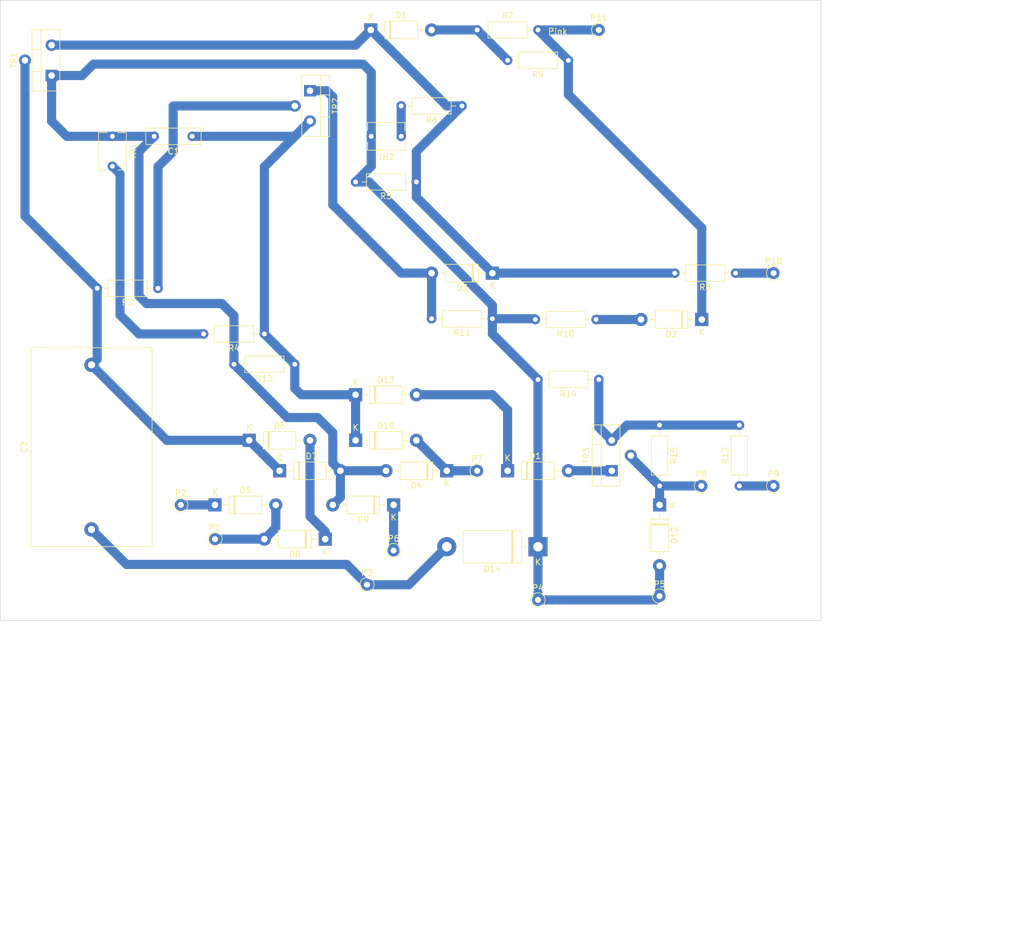
<source format=kicad_pcb>
(kicad_pcb (version 20211014) (generator pcbnew)
  (layers (0 "F.Cu" signal) (31 "B.Cu" signal) (34 "B.Paste" user) (35 "F.Paste" user) (36 "B.SilkS" user "B.Silkscreen") (37 "F.SilkS" user "F.Silkscreen") (38 "B.Mask" user) (39 "F.Mask" user) (44 "Edge.Cuts" user))
  (net 0 "")
  (net 1 "Net-(C1-Pad1)")
  (net 2 "Net-(D1-Pad1)")
  (net 3 "Net-(D1-Pad2)")
  (net 4 "Net-(D2-Pad1)")
  (net 5 "Net-(D2-Pad2)")
  (net 6 "Net-(D3-Pad2)")
  (net 7 "Net-(D11-Pad1)")
  (net 8 "Net-(D11-Pad2)")
  (net 9 "Net-(R6-Pad2)")
  (net 10 "Net-(R12-Pad2)")
  (net 11 "Net-(C2-Pad2)")
  (net 12 "Net-(D6-Pad2)")
  (net 13 "Net-(R3-Pad1)")
  (net 14 "Net-(R4-Pad2)")
  (net 15 "Net-(D5-Pad2)")
  (net 16 "Net-(D5-Pad1)")
  (net 17 "Net-(P9-Pad1)")
  (net 18 "Net-(C1-Pad2)")
  (net 19 "Net-(D10-Pad2)")
  (net 20 "Net-(D9-Pad1)")
  (net 21 "Net-(D12-Pad1)")
  (net 22 "Net-(P10-Pad1)")
  (net 23 "Net-(C2-Pad1)")
  (footprint "Diode_THT:D_DO-201AD_P15.24mm_Horizontal" (layer "F.Cu") (at 188.9125 129.413 180)
    (fp_text reference "D14" (at 7.62 -3.72) (layer "F.SilkS"))
    (fp_text value "1N5404")
    (fp_text user "K" (at 0 -2.6) (layer "F.SilkS"))
    (fp_line (start 2.75 2.72) (end 12.49 2.72) (layer "F.SilkS") (width 0.12))
    (fp_line (start 4.295 -2.72) (end 4.295 2.72) (layer "F.SilkS") (width 0.12))
    (fp_line (start 13.4 0) (end 12.49 0) (layer "F.SilkS") (width 0.12))
    (fp_line (start 12.49 2.72) (end 12.49 -2.72) (layer "F.SilkS") (width 0.12))
    (fp_line (start 1.84 0) (end 2.75 0) (layer "F.SilkS") (width 0.12))
    (fp_line (start 12.49 -2.72) (end 2.75 -2.72) (layer "F.SilkS") (width 0.12))
    (fp_line (start 2.75 -2.72) (end 2.75 2.72) (layer "F.SilkS") (width 0.12))
    (fp_line (start 4.415 -2.72) (end 4.415 2.72) (layer "F.SilkS") (width 0.12))
    (fp_line (start 4.175 -2.72) (end 4.175 2.72) (layer "F.SilkS") (width 0.12))
    (pad "1" thru_hole rect (at 0 0 180) (size 3.2 3.2) (drill 1.6) (layers *.Cu *.Mask) (net 18 "Net-(C1-Pad2)"))
    (pad "2" thru_hole oval (at 15.24 0 180) (size 3.2 3.2) (drill 1.6) (layers *.Cu *.Mask) (net 23 "Net-(C2-Pad1)"))
  )
  (footprint "Diode_THT:D_DO-41_SOD81_P10.16mm_Horizontal" (layer "F.Cu") (at 209.2325 122.428 -90)
    (fp_text reference "D12" (at 5.08 -2.47 90) (layer "F.SilkS"))
    (fp_text value "1N4002")
    (fp_text user "K" (at 0 -2.1 90) (layer "F.SilkS"))
    (fp_line (start 3.14 -1.47) (end 3.14 1.47) (layer "F.SilkS") (width 0.12))
    (fp_line (start 7.8 -1.47) (end 2.36 -1.47) (layer "F.SilkS") (width 0.12))
    (fp_line (start 7.8 1.47) (end 7.8 -1.47) (layer "F.SilkS") (width 0.12))
    (fp_line (start 3.26 -1.47) (end 3.26 1.47) (layer "F.SilkS") (width 0.12))
    (fp_line (start 8.82 0) (end 7.8 0) (layer "F.SilkS") (width 0.12))
    (fp_line (start 1.34 0) (end 2.36 0) (layer "F.SilkS") (width 0.12))
    (fp_line (start 3.38 -1.47) (end 3.38 1.47) (layer "F.SilkS") (width 0.12))
    (fp_line (start 2.36 -1.47) (end 2.36 1.47) (layer "F.SilkS") (width 0.12))
    (fp_line (start 2.36 1.47) (end 7.8 1.47) (layer "F.SilkS") (width 0.12))
    (pad "1" thru_hole rect (at 0 0 270) (size 2.2 2.2) (drill 1.1) (layers *.Cu *.Mask) (net 21 "Net-(D12-Pad1)"))
    (pad "2" thru_hole oval (at 10.16 0 270) (size 2.2 2.2) (drill 1.1) (layers *.Cu *.Mask) (net 18 "Net-(C1-Pad2)"))
  )
  (footprint "TestPoint:TestPoint_THTPad_D2.0mm_Drill1.0mm" (layer "F.Cu") (at 129.2225 122.428)
    (fp_text reference "P2" (at 0 -1.998) (layer "F.SilkS"))
    (fp_text value "Black w/ White")
    (fp_circle (center 0 0) (end 0 1.2) (layer "F.SilkS") (width 0.12) (fill none))
    (pad "1" thru_hole circle (at 0 0) (size 2 2) (drill 1) (layers *.Cu *.Mask) (net 16 "Net-(D5-Pad1)"))
  )
  (footprint "TestPoint:TestPoint_THTPad_D2.0mm_Drill1.0mm" (layer "F.Cu") (at 228.2825 83.693)
    (fp_text reference "P10" (at 0 -1.998) (layer "F.SilkS"))
    (fp_text value "Green w/ White")
    (fp_circle (center 0 0) (end 0 1.2) (layer "F.SilkS") (width 0.12) (fill none))
    (pad "1" thru_hole circle (at 0 0) (size 2 2) (drill 1) (layers *.Cu *.Mask) (net 22 "Net-(P10-Pad1)"))
  )
  (footprint "Package_TO_SOT_THT:TO-220-3_Vertical" (layer "F.Cu") (at 201.2375 116.713 90)
    (fp_text reference "TR3" (at 2.54 -4.27 90) (layer "F.SilkS"))
    (fp_text value "TS420-600T")
    (fp_line (start -2.58 -3.27) (end -2.58 1.371) (layer "F.SilkS") (width 0.12))
    (fp_line (start -2.58 1.371) (end 7.66 1.371) (layer "F.SilkS") (width 0.12))
    (fp_line (start 4.391 -3.27) (end 4.391 -1.76) (layer "F.SilkS") (width 0.12))
    (fp_line (start 7.66 -3.27) (end 7.66 1.371) (layer "F.SilkS") (width 0.12))
    (fp_line (start -2.58 -1.76) (end 7.66 -1.76) (layer "F.SilkS") (width 0.12))
    (fp_line (start -2.58 -3.27) (end 7.66 -3.27) (layer "F.SilkS") (width 0.12))
    (fp_line (start 0.69 -3.27) (end 0.69 -1.76) (layer "F.SilkS") (width 0.12))
    (pad "1" thru_hole rect (at 0 0 90) (size 1.905 2) (drill 1.1) (layers *.Cu *.Mask) (net 8 "Net-(D11-Pad2)"))
    (pad "2" thru_hole oval (at 2.54 3.175 90) (size 1.905 2) (drill 1.1) (layers *.Cu *.Mask) (net 21 "Net-(D12-Pad1)"))
    (pad "3" thru_hole oval (at 5.08 0 90) (size 1.905 2) (drill 1.1) (layers *.Cu *.Mask) (net 10 "Net-(R12-Pad2)"))
  )
  (footprint "TestPoint:TestPoint_THTPad_D2.0mm_Drill1.0mm" (layer "F.Cu") (at 228.2825 119.253)
    (fp_text reference "P9" (at 0 -1.998) (layer "F.SilkS"))
    (fp_text value "Light Blue")
    (fp_circle (center 0 0) (end 0 1.2) (layer "F.SilkS") (width 0.12) (fill none))
    (pad "1" thru_hole circle (at 0 0) (size 2 2) (drill 1) (layers *.Cu *.Mask) (net 17 "Net-(P9-Pad1)"))
  )
  (footprint "TestPoint:TestPoint_THTPad_D2.0mm_Drill1.0mm" (layer "F.Cu") (at 188.9125 138.303)
    (fp_text reference "P4" (at 0 -1.998) (layer "F.SilkS"))
    (fp_text value "Green Coil")
    (fp_circle (center 0 0) (end 0 1.2) (layer "F.SilkS") (width 0.12) (fill none))
    (pad "1" thru_hole circle (at 0 0) (size 2 2) (drill 1) (layers *.Cu *.Mask) (net 18 "Net-(C1-Pad2)"))
  )
  (footprint "Resistor_THT:R_Axial_DIN0207_L6.3mm_D2.5mm_P10.16mm_Horizontal" (layer "F.Cu") (at 148.2725 98.933 180)
    (fp_text reference "R13" (at 5.08 -2.37) (layer "F.SilkS"))
    (fp_text value "1K")
    (fp_line (start 8.35 1.37) (end 8.35 -1.37) (layer "F.SilkS") (width 0.12))
    (fp_line (start 1.81 1.37) (end 8.35 1.37) (layer "F.SilkS") (width 0.12))
    (fp_line (start 1.81 -1.37) (end 1.81 1.37) (layer "F.SilkS") (width 0.12))
    (fp_line (start 9.12 0) (end 8.35 0) (layer "F.SilkS") (width 0.12))
    (fp_line (start 1.04 0) (end 1.81 0) (layer "F.SilkS") (width 0.12))
    (fp_line (start 8.35 -1.37) (end 1.81 -1.37) (layer "F.SilkS") (width 0.12))
    (pad "1" thru_hole circle (at 0 0 180) (size 1.6 1.6) (drill 0.8) (layers *.Cu *.Mask) (net 1 "Net-(C1-Pad1)"))
    (pad "2" thru_hole oval (at 10.16 0 180) (size 1.6 1.6) (drill 0.8) (layers *.Cu *.Mask) (net 18 "Net-(C1-Pad2)"))
  )
  (footprint "Diode_THT:D_DO-41_SOD81_P10.16mm_Horizontal" (layer "F.Cu") (at 145.7325 116.713)
    (fp_text reference "D7" (at 5.355 -2.425) (layer "F.SilkS"))
    (fp_text value "1N4004")
    (fp_text user "K" (at 0 -2.1) (layer "F.SilkS"))
    (fp_line (start 7.8 -1.47) (end 2.36 -1.47) (layer "F.SilkS") (width 0.12))
    (fp_line (start 3.26 -1.47) (end 3.26 1.47) (layer "F.SilkS") (width 0.12))
    (fp_line (start 3.38 -1.47) (end 3.38 1.47) (layer "F.SilkS") (width 0.12))
    (fp_line (start 1.34 0) (end 2.36 0) (layer "F.SilkS") (width 0.12))
    (fp_line (start 8.82 0) (end 7.8 0) (layer "F.SilkS") (width 0.12))
    (fp_line (start 2.36 -1.47) (end 2.36 1.47) (layer "F.SilkS") (width 0.12))
    (fp_line (start 2.36 1.47) (end 7.8 1.47) (layer "F.SilkS") (width 0.12))
    (fp_line (start 3.14 -1.47) (end 3.14 1.47) (layer "F.SilkS") (width 0.12))
    (fp_line (start 7.8 1.47) (end 7.8 -1.47) (layer "F.SilkS") (width 0.12))
    (pad "1" thru_hole rect (at 0 0) (size 2.2 2.2) (drill 1.1) (layers *.Cu *.Mask) (net 11 "Net-(C2-Pad2)"))
    (pad "2" thru_hole oval (at 10.16 0) (size 2.2 2.2) (drill 1.1) (layers *.Cu *.Mask) (net 18 "Net-(C1-Pad2)"))
  )
  (footprint "Resistor_THT:R_Axial_DIN0207_L6.3mm_D2.5mm_P10.16mm_Horizontal" (layer "F.Cu") (at 176.2125 55.753 180)
    (fp_text reference "R6" (at 5.08 -2.37) (layer "F.SilkS"))
    (fp_text value "68")
    (fp_line (start 8.35 1.37) (end 8.35 -1.37) (layer "F.SilkS") (width 0.12))
    (fp_line (start 8.35 -1.37) (end 1.81 -1.37) (layer "F.SilkS") (width 0.12))
    (fp_line (start 9.12 0) (end 8.35 0) (layer "F.SilkS") (width 0.12))
    (fp_line (start 1.81 -1.37) (end 1.81 1.37) (layer "F.SilkS") (width 0.12))
    (fp_line (start 1.04 0) (end 1.81 0) (layer "F.SilkS") (width 0.12))
    (fp_line (start 1.81 1.37) (end 8.35 1.37) (layer "F.SilkS") (width 0.12))
    (pad "1" thru_hole circle (at 0 0 180) (size 1.6 1.6) (drill 0.8) (layers *.Cu *.Mask) (net 2 "Net-(D1-Pad1)"))
    (pad "2" thru_hole oval (at 10.16 0 180) (size 1.6 1.6) (drill 0.8) (layers *.Cu *.Mask) (net 9 "Net-(R6-Pad2)"))
  )
  (footprint "Resistor_THT:R_Axial_DIN0207_L6.3mm_D2.5mm_P10.16mm_Horizontal" (layer "F.Cu") (at 125.4125 86.233 180)
    (fp_text reference "R3" (at 5.08 -2.37) (layer "F.SilkS"))
    (fp_text value "470")
    (fp_line (start 1.81 1.37) (end 8.35 1.37) (layer "F.SilkS") (width 0.12))
    (fp_line (start 1.81 -1.37) (end 1.81 1.37) (layer "F.SilkS") (width 0.12))
    (fp_line (start 8.35 -1.37) (end 1.81 -1.37) (layer "F.SilkS") (width 0.12))
    (fp_line (start 1.04 0) (end 1.81 0) (layer "F.SilkS") (width 0.12))
    (fp_line (start 8.35 1.37) (end 8.35 -1.37) (layer "F.SilkS") (width 0.12))
    (fp_line (start 9.12 0) (end 8.35 0) (layer "F.SilkS") (width 0.12))
    (pad "1" thru_hole circle (at 0 0 180) (size 1.6 1.6) (drill 0.8) (layers *.Cu *.Mask) (net 13 "Net-(R3-Pad1)"))
    (pad "2" thru_hole oval (at 10.16 0 180) (size 1.6 1.6) (drill 0.8) (layers *.Cu *.Mask) (net 11 "Net-(C2-Pad2)"))
  )
  (footprint "Resistor_THT:R_Axial_DIN0207_L6.3mm_D2.5mm_P10.16mm_Horizontal" (layer "F.Cu") (at 181.2925 91.313 180)
    (fp_text reference "R11" (at 5.08 -2.37) (layer "F.SilkS"))
    (fp_text value "100")
    (fp_line (start 8.35 1.37) (end 8.35 -1.37) (layer "F.SilkS") (width 0.12))
    (fp_line (start 9.12 0) (end 8.35 0) (layer "F.SilkS") (width 0.12))
    (fp_line (start 8.35 -1.37) (end 1.81 -1.37) (layer "F.SilkS") (width 0.12))
    (fp_line (start 1.04 0) (end 1.81 0) (layer "F.SilkS") (width 0.12))
    (fp_line (start 1.81 1.37) (end 8.35 1.37) (layer "F.SilkS") (width 0.12))
    (fp_line (start 1.81 -1.37) (end 1.81 1.37) (layer "F.SilkS") (width 0.12))
    (pad "1" thru_hole circle (at 0 0 180) (size 1.6 1.6) (drill 0.8) (layers *.Cu *.Mask) (net 18 "Net-(C1-Pad2)"))
    (pad "2" thru_hole oval (at 10.16 0 180) (size 1.6 1.6) (drill 0.8) (layers *.Cu *.Mask) (net 6 "Net-(D3-Pad2)"))
  )
  (footprint "Capacitor_THT:C_Rect_L33.0mm_W20.0mm_P27.50mm_MKS4" (layer "F.Cu") (at 114.3 126.526 90)
    (fp_text reference "C2" (at 13.75 -11.25 90) (layer "F.SilkS"))
    (fp_text value "2.2uF 400V")
    (fp_line (start -2.87 -10.12) (end -2.87 10.12) (layer "F.SilkS") (width 0.12))
    (fp_line (start -2.87 -10.12) (end 30.37 -10.12) (layer "F.SilkS") (width 0.12))
    (fp_line (start 30.37 -10.12) (end 30.37 10.12) (layer "F.SilkS") (width 0.12))
    (fp_line (start -2.87 10.12) (end 30.37 10.12) (layer "F.SilkS") (width 0.12))
    (pad "1" thru_hole circle (at 0 0 90) (size 2.4 2.4) (drill 1.2) (layers *.Cu *.Mask) (net 23 "Net-(C2-Pad1)"))
    (pad "2" thru_hole circle (at 27.5 0 90) (size 2.4 2.4) (drill 1.2) (layers *.Cu *.Mask) (net 11 "Net-(C2-Pad2)"))
  )
  (footprint "Resistor_THT:R_Axial_DIN0207_L6.3mm_D2.5mm_P10.16mm_Horizontal" (layer "F.Cu") (at 209.2325 109.093 -90)
    (fp_text reference "R15" (at 5.08 -2.37 90) (layer "F.SilkS"))
    (fp_text value "1K")
    (fp_line (start 1.81 1.37) (end 8.35 1.37) (layer "F.SilkS") (width 0.12))
    (fp_line (start 9.12 0) (end 8.35 0) (layer "F.SilkS") (width 0.12))
    (fp_line (start 1.04 0) (end 1.81 0) (layer "F.SilkS") (width 0.12))
    (fp_line (start 1.81 -1.37) (end 1.81 1.37) (layer "F.SilkS") (width 0.12))
    (fp_line (start 8.35 1.37) (end 8.35 -1.37) (layer "F.SilkS") (width 0.12))
    (fp_line (start 8.35 -1.37) (end 1.81 -1.37) (layer "F.SilkS") (width 0.12))
    (pad "1" thru_hole circle (at 0 0 270) (size 1.6 1.6) (drill 0.8) (layers *.Cu *.Mask) (net 10 "Net-(R12-Pad2)"))
    (pad "2" thru_hole oval (at 10.16 0 270) (size 1.6 1.6) (drill 0.8) (layers *.Cu *.Mask) (net 21 "Net-(D12-Pad1)"))
  )
  (footprint "Resistor_THT:R_Axial_DIN0207_L6.3mm_D2.5mm_P10.16mm_Horizontal" (layer "F.Cu") (at 168.5925 68.453 180)
    (fp_text reference "R5" (at 5.08 -2.37) (layer "F.SilkS"))
    (fp_text value "200")
    (fp_line (start 1.81 -1.37) (end 1.81 1.37) (layer "F.SilkS") (width 0.12))
    (fp_line (start 8.35 1.37) (end 8.35 -1.37) (layer "F.SilkS") (width 0.12))
    (fp_line (start 1.04 0) (end 1.81 0) (layer "F.SilkS") (width 0.12))
    (fp_line (start 1.81 1.37) (end 8.35 1.37) (layer "F.SilkS") (width 0.12))
    (fp_line (start 9.12 0) (end 8.35 0) (layer "F.SilkS") (width 0.12))
    (fp_line (start 8.35 -1.37) (end 1.81 -1.37) (layer "F.SilkS") (width 0.12))
    (pad "1" thru_hole circle (at 0 0 180) (size 1.6 1.6) (drill 0.8) (layers *.Cu *.Mask) (net 2 "Net-(D1-Pad1)"))
    (pad "2" thru_hole oval (at 10.16 0 180) (size 1.6 1.6) (drill 0.8) (layers *.Cu *.Mask) (net 18 "Net-(C1-Pad2)"))
  )
  (footprint "TestPoint:TestPoint_THTPad_D2.0mm_Drill1.0mm" (layer "F.Cu") (at 160.3375 135.763)
    (fp_text reference "P3" (at 0 -1.998) (layer "F.SilkS"))
    (fp_text value "Yellow")
    (fp_circle (center 0 0) (end 0 1.2) (layer "F.SilkS") (width 0.12) (fill none))
    (pad "1" thru_hole circle (at 0 0) (size 2 2) (drill 1) (layers *.Cu *.Mask) (net 23 "Net-(C2-Pad1)"))
  )
  (footprint "Package_TO_SOT_THT:TO-220-3_Vertical" (layer "F.Cu") (at 107.6325 50.673 90)
    (fp_text reference "TR1" (at 2.54 -6.35 90) (layer "F.SilkS"))
    (fp_text value "BT151-500R,127")
    (fp_line (start -2.58 -1.76) (end 7.66 -1.76) (layer "F.SilkS") (width 0.12))
    (fp_line (start 7.66 -3.27) (end 7.66 1.371) (layer "F.SilkS") (width 0.12))
    (fp_line (start 0.69 -3.27) (end 0.69 -1.76) (layer "F.SilkS") (width 0.12))
    (fp_line (start 4.391 -3.27) (end 4.391 -1.76) (layer "F.SilkS") (width 0.12))
    (fp_line (start -2.58 -3.27) (end 7.66 -3.27) (layer "F.SilkS") (width 0.12))
    (fp_line (start -2.58 -3.27) (end -2.58 1.371) (layer "F.SilkS") (width 0.12))
    (fp_line (start -2.58 1.371) (end 7.66 1.371) (layer "F.SilkS") (width 0.12))
    (pad "1" thru_hole rect (at 0 0 90) (size 1.905 2) (drill 1.1) (layers *.Cu *.Mask) (net 18 "Net-(C1-Pad2)"))
    (pad "2" thru_hole oval (at 2.54 -4.445 90) (size 1.905 2) (drill 1.1) (layers *.Cu *.Mask) (net 11 "Net-(C2-Pad2)"))
    (pad "3" thru_hole oval (at 5.08 0 90) (size 1.905 2) (drill 1.1) (layers *.Cu *.Mask) (net 2 "Net-(D1-Pad1)"))
  )
  (footprint "TestPoint:TestPoint_THTPad_D2.0mm_Drill1.0mm" (layer "F.Cu") (at 164.7825 130.048)
    (fp_text reference "P6" (at 0 -1.998) (layer "F.SilkS"))
    (fp_text value "White")
    (fp_circle (center 0 0) (end 0 1.2) (layer "F.SilkS") (width 0.12) (fill none))
    (pad "1" thru_hole circle (at 0 0) (size 2 2) (drill 1) (layers *.Cu *.Mask) (net 20 "Net-(D9-Pad1)"))
  )
  (footprint "Diode_THT:D_DO-41_SOD81_P10.16mm_Horizontal" (layer "F.Cu") (at 134.9375 122.428)
    (fp_text reference "D5" (at 5.08 -2.47) (layer "F.SilkS"))
    (fp_text value "1N4004")
    (fp_text user "K" (at 0 -2.1) (layer "F.SilkS"))
    (fp_line (start 7.8 1.47) (end 7.8 -1.47) (layer "F.SilkS") (width 0.12))
    (fp_line (start 2.36 1.47) (end 7.8 1.47) (layer "F.SilkS") (width 0.12))
    (fp_line (start 8.82 0) (end 7.8 0) (layer "F.SilkS") (width 0.12))
    (fp_line (start 3.14 -1.47) (end 3.14 1.47) (layer "F.SilkS") (width 0.12))
    (fp_line (start 7.8 -1.47) (end 2.36 -1.47) (layer "F.SilkS") (width 0.12))
    (fp_line (start 3.38 -1.47) (end 3.38 1.47) (layer "F.SilkS") (width 0.12))
    (fp_line (start 3.26 -1.47) (end 3.26 1.47) (layer "F.SilkS") (width 0.12))
    (fp_line (start 1.34 0) (end 2.36 0) (layer "F.SilkS") (width 0.12))
    (fp_line (start 2.36 -1.47) (end 2.36 1.47) (layer "F.SilkS") (width 0.12))
    (pad "1" thru_hole rect (at 0 0) (size 2.2 2.2) (drill 1.1) (layers *.Cu *.Mask) (net 16 "Net-(D5-Pad1)"))
    (pad "2" thru_hole oval (at 10.16 0) (size 2.2 2.2) (drill 1.1) (layers *.Cu *.Mask) (net 15 "Net-(D5-Pad2)"))
  )
  (footprint "Diode_THT:D_DO-41_SOD81_P10.16mm_Horizontal" (layer "F.Cu") (at 160.9725 43.053)
    (fp_text reference "D1" (at 5.08 -2.47) (layer "F.SilkS"))
    (fp_text value "1N4002")
    (fp_text user "K" (at 0 -2.1) (layer "F.SilkS"))
    (fp_line (start 1.34 0) (end 2.36 0) (layer "F.SilkS") (width 0.12))
    (fp_line (start 7.8 1.47) (end 7.8 -1.47) (layer "F.SilkS") (width 0.12))
    (fp_line (start 3.26 -1.47) (end 3.26 1.47) (layer "F.SilkS") (width 0.12))
    (fp_line (start 2.36 1.47) (end 7.8 1.47) (layer "F.SilkS") (width 0.12))
    (fp_line (start 3.14 -1.47) (end 3.14 1.47) (layer "F.SilkS") (width 0.12))
    (fp_line (start 2.36 -1.47) (end 2.36 1.47) (layer "F.SilkS") (width 0.12))
    (fp_line (start 8.82 0) (end 7.8 0) (layer "F.SilkS") (width 0.12))
    (fp_line (start 3.38 -1.47) (end 3.38 1.47) (layer "F.SilkS") (width 0.12))
    (fp_line (start 7.8 -1.47) (end 2.36 -1.47) (layer "F.SilkS") (width 0.12))
    (pad "1" thru_hole rect (at 0 0) (size 2.2 2.2) (drill 1.1) (layers *.Cu *.Mask) (net 2 "Net-(D1-Pad1)"))
    (pad "2" thru_hole oval (at 10.16 0) (size 2.2 2.2) (drill 1.1) (layers *.Cu *.Mask) (net 3 "Net-(D1-Pad2)"))
  )
  (footprint "TestPoint:TestPoint_THTPad_D2.0mm_Drill1.0mm" (layer "F.Cu") (at 134.9375 128.143)
    (fp_text reference "P1" (at 0 -1.998) (layer "F.SilkS"))
    (fp_text value "Blue")
    (fp_circle (center 0 0) (end 0 1.2) (layer "F.SilkS") (width 0.12) (fill none))
    (pad "1" thru_hole circle (at 0 0) (size 2 2) (drill 1) (layers *.Cu *.Mask) (net 15 "Net-(D5-Pad2)"))
  )
  (footprint "Capacitor_THT:C_Disc_D9.0mm_W2.5mm_P5.00mm" (layer "F.Cu") (at 130.4925 60.833 180)
    (fp_text reference "C1" (at 2.5 -2.5) (layer "F.SilkS"))
    (fp_text value "0.1uF 50V")
    (fp_line (start -2.12 -1.37) (end 7.12 -1.37) (layer "F.SilkS") (width 0.12))
    (fp_line (start -2.12 1.37) (end 7.12 1.37) (layer "F.SilkS") (width 0.12))
    (fp_line (start -2.12 -1.37) (end -2.12 1.37) (layer "F.SilkS") (width 0.12))
    (fp_line (start 7.12 -1.37) (end 7.12 1.37) (layer "F.SilkS") (width 0.12))
    (pad "1" thru_hole circle (at -0.635 0 180) (size 1.6 1.6) (drill 0.8) (layers *.Cu *.Mask) (net 1 "Net-(C1-Pad1)"))
    (pad "2" thru_hole circle (at 5.715 0 180) (size 1.6 1.6) (drill 0.8) (layers *.Cu *.Mask) (net 18 "Net-(C1-Pad2)"))
  )
  (footprint "Resistor_THT:R_Axial_DIN0207_L6.3mm_D2.5mm_P10.16mm_Horizontal" (layer "F.Cu") (at 199.0725 101.473 180)
    (fp_text reference "R14" (at 5.08 -2.37) (layer "F.SilkS"))
    (fp_text value "1K")
    (fp_line (start 8.35 1.37) (end 8.35 -1.37) (layer "F.SilkS") (width 0.12))
    (fp_line (start 9.12 0) (end 8.35 0) (layer "F.SilkS") (width 0.12))
    (fp_line (start 1.81 -1.37) (end 1.81 1.37) (layer "F.SilkS") (width 0.12))
    (fp_line (start 1.81 1.37) (end 8.35 1.37) (layer "F.SilkS") (width 0.12))
    (fp_line (start 1.04 0) (end 1.81 0) (layer "F.SilkS") (width 0.12))
    (fp_line (start 8.35 -1.37) (end 1.81 -1.37) (layer "F.SilkS") (width 0.12))
    (pad "1" thru_hole circle (at 0 0 180) (size 1.6 1.6) (drill 0.8) (layers *.Cu *.Mask) (net 10 "Net-(R12-Pad2)"))
    (pad "2" thru_hole oval (at 10.16 0 180) (size 1.6 1.6) (drill 0.8) (layers *.Cu *.Mask) (net 18 "Net-(C1-Pad2)"))
  )
  (footprint "Diode_THT:D_DO-41_SOD81_P10.16mm_Horizontal" (layer "F.Cu") (at 183.8325 116.713)
    (fp_text reference "D11" (at 5.08 -2.47) (layer "F.SilkS"))
    (fp_text value "1N4002")
    (fp_text user "K" (at 0 -2.1) (layer "F.SilkS"))
    (fp_line (start 3.14 -1.47) (end 3.14 1.47) (layer "F.SilkS") (width 0.12))
    (fp_line (start 7.8 1.47) (end 7.8 -1.47) (layer "F.SilkS") (width 0.12))
    (fp_line (start 8.82 0) (end 7.8 0) (layer "F.SilkS") (width 0.12))
    (fp_line (start 3.38 -1.47) (end 3.38 1.47) (layer "F.SilkS") (width 0.12))
    (fp_line (start 7.8 -1.47) (end 2.36 -1.47) (layer "F.SilkS") (width 0.12))
    (fp_line (start 2.36 -1.47) (end 2.36 1.47) (layer "F.SilkS") (width 0.12))
    (fp_line (start 2.36 1.47) (end 7.8 1.47) (layer "F.SilkS") (width 0.12))
    (fp_line (start 3.26 -1.47) (end 3.26 1.47) (layer "F.SilkS") (width 0.12))
    (fp_line (start 1.34 0) (end 2.36 0) (layer "F.SilkS") (width 0.12))
    (pad "1" thru_hole rect (at 0 0) (size 2.2 2.2) (drill 1.1) (layers *.Cu *.Mask) (net 7 "Net-(D11-Pad1)"))
    (pad "2" thru_hole oval (at 10.16 0) (size 2.2 2.2) (drill 1.1) (layers *.Cu *.Mask) (net 8 "Net-(D11-Pad2)"))
  )
  (footprint "Diode_THT:D_DO-41_SOD81_P10.16mm_Horizontal" (layer "F.Cu") (at 216.281 91.44 180)
    (fp_text reference "D2" (at 5.08 -2.47) (layer "F.SilkS"))
    (fp_text value "1N4002")
    (fp_text user "K" (at 0 -2.1) (layer "F.SilkS"))
    (fp_line (start 2.36 1.47) (end 7.8 1.47) (layer "F.SilkS") (width 0.12))
    (fp_line (start 7.8 -1.47) (end 2.36 -1.47) (layer "F.SilkS") (width 0.12))
    (fp_line (start 3.14 -1.47) (end 3.14 1.47) (layer "F.SilkS") (width 0.12))
    (fp_line (start 3.26 -1.47) (end 3.26 1.47) (layer "F.SilkS") (width 0.12))
    (fp_line (start 8.82 0) (end 7.8 0) (layer "F.SilkS") (width 0.12))
    (fp_line (start 1.34 0) (end 2.36 0) (layer "F.SilkS") (width 0.12))
    (fp_line (start 3.38 -1.47) (end 3.38 1.47) (layer "F.SilkS") (width 0.12))
    (fp_line (start 2.36 -1.47) (end 2.36 1.47) (layer "F.SilkS") (width 0.12))
    (fp_line (start 7.8 1.47) (end 7.8 -1.47) (layer "F.SilkS") (width 0.12))
    (pad "1" thru_hole rect (at 0 0 180) (size 2.2 2.2) (drill 1.1) (layers *.Cu *.Mask) (net 4 "Net-(D2-Pad1)"))
    (pad "2" thru_hole oval (at 10.16 0 180) (size 2.2 2.2) (drill 1.1) (layers *.Cu *.Mask) (net 5 "Net-(D2-Pad2)"))
  )
  (footprint "TestPoint:TestPoint_THTPad_D2.0mm_Drill1.0mm" (layer "F.Cu") (at 199.0725 43.053)
    (fp_text reference "P11" (at 0 -1.998) (layer "F.SilkS"))
    (fp_text value "Pink")
    (fp_circle (center 0 0) (end 0 1.2) (layer "F.SilkS") (width 0.12) (fill none))
    (pad "1" thru_hole circle (at 0 0) (size 2 2) (drill 1) (layers *.Cu *.Mask) (net 4 "Net-(D2-Pad1)"))
  )
  (footprint "Diode_THT:D_DO-41_SOD81_P10.16mm_Horizontal" (layer "F.Cu") (at 164.7825 122.428 180)
    (fp_text reference "D9" (at 5.08 -2.47) (layer "F.SilkS"))
    (fp_text value "1N4004")
    (fp_text user "K" (at 0 -2.1) (layer "F.SilkS"))
    (fp_line (start 3.26 -1.47) (end 3.26 1.47) (layer "F.SilkS") (width 0.12))
    (fp_line (start 3.14 -1.47) (end 3.14 1.47) (layer "F.SilkS") (width 0.12))
    (fp_line (start 7.8 1.47) (end 7.8 -1.47) (layer "F.SilkS") (width 0.12))
    (fp_line (start 1.34 0) (end 2.36 0) (layer "F.SilkS") (width 0.12))
    (fp_line (start 8.82 0) (end 7.8 0) (layer "F.SilkS") (width 0.12))
    (fp_line (start 3.38 -1.47) (end 3.38 1.47) (layer "F.SilkS") (width 0.12))
    (fp_line (start 2.36 1.47) (end 7.8 1.47) (layer "F.SilkS") (width 0.12))
    (fp_line (start 2.36 -1.47) (end 2.36 1.47) (layer "F.SilkS") (width 0.12))
    (fp_line (start 7.8 -1.47) (end 2.36 -1.47) (layer "F.SilkS") (width 0.12))
    (pad "1" thru_hole rect (at 0 0 180) (size 2.2 2.2) (drill 1.1) (layers *.Cu *.Mask) (net 20 "Net-(D9-Pad1)"))
    (pad "2" thru_hole oval (at 10.16 0 180) (size 2.2 2.2) (drill 1.1) (layers *.Cu *.Mask) (net 18 "Net-(C1-Pad2)"))
  )
  (footprint "Diode_THT:D_DO-41_SOD81_P10.16mm_Horizontal" (layer "F.Cu") (at 153.3525 128.143 180)
    (fp_text reference "D8" (at 5.08 -2.47) (layer "F.SilkS"))
    (fp_text value "1N4004")
    (fp_text user "K" (at 0 -2.1) (layer "F.SilkS"))
    (fp_line (start 1.34 0) (end 2.36 0) (layer "F.SilkS") (width 0.12))
    (fp_line (start 2.36 -1.47) (end 2.36 1.47) (layer "F.SilkS") (width 0.12))
    (fp_line (start 7.8 -1.47) (end 2.36 -1.47) (layer "F.SilkS") (width 0.12))
    (fp_line (start 3.38 -1.47) (end 3.38 1.47) (layer "F.SilkS") (width 0.12))
    (fp_line (start 3.14 -1.47) (end 3.14 1.47) (layer "F.SilkS") (width 0.12))
    (fp_line (start 3.26 -1.47) (end 3.26 1.47) (layer "F.SilkS") (width 0.12))
    (fp_line (start 8.82 0) (end 7.8 0) (layer "F.SilkS") (width 0.12))
    (fp_line (start 2.36 1.47) (end 7.8 1.47) (layer "F.SilkS") (width 0.12))
    (fp_line (start 7.8 1.47) (end 7.8 -1.47) (layer "F.SilkS") (width 0.12))
    (pad "1" thru_hole rect (at 0 0 180) (size 2.2 2.2) (drill 1.1) (layers *.Cu *.Mask) (net 12 "Net-(D6-Pad2)"))
    (pad "2" thru_hole oval (at 10.16 0 180) (size 2.2 2.2) (drill 1.1) (layers *.Cu *.Mask) (net 15 "Net-(D5-Pad2)"))
  )
  (footprint "Resistor_THT:R_Axial_DIN0207_L6.3mm_D2.5mm_P10.16mm_Horizontal" (layer "F.Cu") (at 143.1925 93.853 180)
    (fp_text reference "R4" (at 5.08 -2.37) (layer "F.SilkS"))
    (fp_text value "470")
    (fp_line (start 8.35 -1.37) (end 1.81 -1.37) (layer "F.SilkS") (width 0.12))
    (fp_line (start 9.12 0) (end 8.35 0) (layer "F.SilkS") (width 0.12))
    (fp_line (start 1.81 1.37) (end 8.35 1.37) (layer "F.SilkS") (width 0.12))
    (fp_line (start 8.35 1.37) (end 8.35 -1.37) (layer "F.SilkS") (width 0.12))
    (fp_line (start 1.81 -1.37) (end 1.81 1.37) (layer "F.SilkS") (width 0.12))
    (fp_line (start 1.04 0) (end 1.81 0) (layer "F.SilkS") (width 0.12))
    (pad "1" thru_hole circle (at 0 0 180) (size 1.6 1.6) (drill 0.8) (layers *.Cu *.Mask) (net 1 "Net-(C1-Pad1)"))
    (pad "2" thru_hole oval (at 10.16 0 180) (size 1.6 1.6) (drill 0.8) (layers *.Cu *.Mask) (net 14 "Net-(R4-Pad2)"))
  )
  (footprint "Diode_THT:D_DO-41_SOD81_P10.16mm_Horizontal" (layer "F.Cu") (at 140.6525 111.633)
    (fp_text reference "D6" (at 5.08 -2.47) (layer "F.SilkS"))
    (fp_text value "1N4004")
    (fp_text user "K" (at 0 -2.1) (layer "F.SilkS"))
    (fp_line (start 7.8 -1.47) (end 2.36 -1.47) (layer "F.SilkS") (width 0.12))
    (fp_line (start 1.34 0) (end 2.36 0) (layer "F.SilkS") (width 0.12))
    (fp_line (start 3.14 -1.47) (end 3.14 1.47) (layer "F.SilkS") (width 0.12))
    (fp_line (start 8.82 0) (end 7.8 0) (layer "F.SilkS") (width 0.12))
    (fp_line (start 2.36 1.47) (end 7.8 1.47) (layer "F.SilkS") (width 0.12))
    (fp_line (start 3.38 -1.47) (end 3.38 1.47) (layer "F.SilkS") (width 0.12))
    (fp_line (start 2.36 -1.47) (end 2.36 1.47) (layer "F.SilkS") (width 0.12))
    (fp_line (start 7.8 1.47) (end 7.8 -1.47) (layer "F.SilkS") (width 0.12))
    (fp_line (start 3.26 -1.47) (end 3.26 1.47) (layer "F.SilkS") (width 0.12))
    (pad "1" thru_hole rect (at 0 0) (size 2.2 2.2) (drill 1.1) (layers *.Cu *.Mask) (net 11 "Net-(C2-Pad2)"))
    (pad "2" thru_hole oval (at 10.16 0) (size 2.2 2.2) (drill 1.1) (layers *.Cu *.Mask) (net 12 "Net-(D6-Pad2)"))
  )
  (footprint "Capacitor_THT:C_Disc_D6.0mm_W4.4mm_P5.00mm" (layer "F.Cu") (at 117.7925 60.833 -90)
    (fp_text reference "TH1" (at 2.5 -3.45 90) (layer "F.SilkS"))
    (fp_text value "200ohm 3468K")
    (fp_line (start 5.62 -2.321) (end 5.62 -0.925) (layer "F.SilkS") (width 0.12))
    (fp_line (start -0.62 -2.321) (end 5.62 -2.321) (layer "F.SilkS") (width 0.12))
    (fp_line (start -0.62 -2.321) (end -0.62 -0.925) (layer "F.SilkS") (width 0.12))
    (fp_line (start 5.62 0.925) (end 5.62 2.321) (layer "F.SilkS") (width 0.12))
    (fp_line (start -0.62 2.321) (end 5.62 2.321) (layer "F.SilkS") (width 0.12))
    (fp_line (start -0.62 0.925) (end -0.62 2.321) (layer "F.SilkS") (width 0.12))
    (pad "1" thru_hole circle (at 0 0 270) (size 1.6 1.6) (drill 0.8) (layers *.Cu *.Mask) (net 18 "Net-(C1-Pad2)"))
    (pad "2" thru_hole circle (at 5 0 270) (size 1.6 1.6) (drill 0.8) (layers *.Cu *.Mask) (net 14 "Net-(R4-Pad2)"))
  )
  (footprint "Resistor_THT:R_Axial_DIN0207_L6.3mm_D2.5mm_P10.16mm_Horizontal" (layer "F.Cu") (at 178.7525 43.053)
    (fp_text reference "R7" (at 5.08 -2.37) (layer "F.SilkS"))
    (fp_text value "150")
    (fp_line (start 8.35 -1.37) (end 1.81 -1.37) (layer "F.SilkS") (width 0.12))
    (fp_line (start 8.35 1.37) (end 8.35 -1.37) (layer "F.SilkS") (width 0.12))
    (fp_line (start 9.12 0) (end 8.35 0) (layer "F.SilkS") (width 0.12))
    (fp_line (start 1.81 -1.37) (end 1.81 1.37) (layer "F.SilkS") (width 0.12))
    (fp_line (start 1.81 1.37) (end 8.35 1.37) (layer "F.SilkS") (width 0.12))
    (fp_line (start 1.04 0) (end 1.81 0) (layer "F.SilkS") (width 0.12))
    (pad "1" thru_hole circle (at 0 0) (size 1.6 1.6) (drill 0.8) (layers *.Cu *.Mask) (net 3 "Net-(D1-Pad2)"))
    (pad "2" thru_hole oval (at 10.16 0) (size 1.6 1.6) (drill 0.8) (layers *.Cu *.Mask) (net 4 "Net-(D2-Pad1)"))
  )
  (footprint "Resistor_THT:R_Axial_DIN0207_L6.3mm_D2.5mm_P10.16mm_Horizontal" (layer "F.Cu") (at 221.9325 83.693 180)
    (fp_text reference "R8" (at 5.08 -2.37) (layer "F.SilkS"))
    (fp_text value "10")
    (fp_line (start 1.04 0) (end 1.81 0) (layer "F.SilkS") (width 0.12))
    (fp_line (start 9.12 0) (end 8.35 0) (layer "F.SilkS") (width 0.12))
    (fp_line (start 1.81 1.37) (end 8.35 1.37) (layer "F.SilkS") (width 0.12))
    (fp_line (start 8.35 1.37) (end 8.35 -1.37) (layer "F.SilkS") (width 0.12))
    (fp_line (start 1.81 -1.37) (end 1.81 1.37) (layer "F.SilkS") (width 0.12))
    (fp_line (start 8.35 -1.37) (end 1.81 -1.37) (layer "F.SilkS") (width 0.12))
    (pad "1" thru_hole circle (at 0 0 180) (size 1.6 1.6) (drill 0.8) (layers *.Cu *.Mask) (net 22 "Net-(P10-Pad1)"))
    (pad "2" thru_hole oval (at 10.16 0 180) (size 1.6 1.6) (drill 0.8) (layers *.Cu *.Mask) (net 2 "Net-(D1-Pad1)"))
  )
  (footprint "Resistor_THT:R_Axial_DIN0207_L6.3mm_D2.5mm_P10.16mm_Horizontal" (layer "F.Cu") (at 222.5675 119.253 90)
    (fp_text reference "R12" (at 5.08 -2.37 90) (layer "F.SilkS"))
    (fp_text value "10")
    (fp_line (start 8.35 -1.37) (end 1.81 -1.37) (layer "F.SilkS") (width 0.12))
    (fp_line (start 1.81 -1.37) (end 1.81 1.37) (layer "F.SilkS") (width 0.12))
    (fp_line (start 8.35 1.37) (end 8.35 -1.37) (layer "F.SilkS") (width 0.12))
    (fp_line (start 1.81 1.37) (end 8.35 1.37) (layer "F.SilkS") (width 0.12))
    (fp_line (start 9.12 0) (end 8.35 0) (layer "F.SilkS") (width 0.12))
    (fp_line (start 1.04 0) (end 1.81 0) (layer "F.SilkS") (width 0.12))
    (pad "1" thru_hole circle (at 0 0 90) (size 1.6 1.6) (drill 0.8) (layers *.Cu *.Mask) (net 17 "Net-(P9-Pad1)"))
    (pad "2" thru_hole oval (at 10.16 0 90) (size 1.6 1.6) (drill 0.8) (layers *.Cu *.Mask) (net 10 "Net-(R12-Pad2)"))
  )
  (footprint "Resistor_THT:R_Axial_DIN0207_L6.3mm_D2.5mm_P10.16mm_Horizontal" (layer "F.Cu") (at 193.9925 48.133 180)
    (fp_text reference "R9" (at 5.08 -2.37) (layer "F.SilkS"))
    (fp_text value "1K")
    (fp_line (start 1.04 0) (end 1.81 0) (layer "F.SilkS") (width 0.12))
    (fp_line (start 1.81 1.37) (end 8.35 1.37) (layer "F.SilkS") (width 0.12))
    (fp_line (start 8.35 1.37) (end 8.35 -1.37) (layer "F.SilkS") (width 0.12))
    (fp_line (start 9.12 0) (end 8.35 0) (layer "F.SilkS") (width 0.12))
    (fp_line (start 8.35 -1.37) (end 1.81 -1.37) (layer "F.SilkS") (width 0.12))
    (fp_line (start 1.81 -1.37) (end 1.81 1.37) (layer "F.SilkS") (width 0.12))
    (pad "1" thru_hole circle (at 0 0 180) (size 1.6 1.6) (drill 0.8) (layers *.Cu *.Mask) (net 4 "Net-(D2-Pad1)"))
    (pad "2" thru_hole oval (at 10.16 0 180) (size 1.6 1.6) (drill 0.8) (layers *.Cu *.Mask) (net 3 "Net-(D1-Pad2)"))
  )
  (footprint "Diode_THT:D_DO-41_SOD81_P10.16mm_Horizontal" (layer "F.Cu") (at 158.4325 104.013)
    (fp_text reference "D13" (at 5.08 -2.47) (layer "F.SilkS"))
    (fp_text value "1N4002")
    (fp_text user "K" (at 0 -2.1) (layer "F.SilkS"))
    (fp_line (start 7.8 1.47) (end 7.8 -1.47) (layer "F.SilkS") (width 0.12))
    (fp_line (start 2.36 -1.47) (end 2.36 1.47) (layer "F.SilkS") (width 0.12))
    (fp_line (start 2.36 1.47) (end 7.8 1.47) (layer "F.SilkS") (width 0.12))
    (fp_line (start 3.38 -1.47) (end 3.38 1.47) (layer "F.SilkS") (width 0.12))
    (fp_line (start 8.82 0) (end 7.8 0) (layer "F.SilkS") (width 0.12))
    (fp_line (start 3.26 -1.47) (end 3.26 1.47) (layer "F.SilkS") (width 0.12))
    (fp_line (start 3.14 -1.47) (end 3.14 1.47) (layer "F.SilkS") (width 0.12))
    (fp_line (start 7.8 -1.47) (end 2.36 -1.47) (layer "F.SilkS") (width 0.12))
    (fp_line (start 1.34 0) (end 2.36 0) (layer "F.SilkS") (width 0.12))
    (pad "1" thru_hole rect (at 0 0) (size 2.2 2.2) (drill 1.1) (layers *.Cu *.Mask) (net 1 "Net-(C1-Pad1)"))
    (pad "2" thru_hole oval (at 10.16 0) (size 2.2 2.2) (drill 1.1) (layers *.Cu *.Mask) (net 7 "Net-(D11-Pad1)"))
  )
  (footprint "Package_TO_SOT_THT:TO-220-3_Vertical" (layer "F.Cu") (at 150.8125 53.213 -90)
    (fp_text reference "TR2" (at 2.54 -4.27 90) (layer "F.SilkS"))
    (fp_text value "TS420-600T")
    (fp_line (start 0.69 -3.27) (end 0.69 -1.76) (layer "F.SilkS") (width 0.12))
    (fp_line (start 7.66 -3.27) (end 7.66 1.371) (layer "F.SilkS") (width 0.12))
    (fp_line (start 4.391 -3.27) (end 4.391 -1.76) (layer "F.SilkS") (width 0.12))
    (fp_line (start -2.58 -3.27) (end -2.58 1.371) (layer "F.SilkS") (width 0.12))
    (fp_line (start -2.58 -3.27) (end 7.66 -3.27) (layer "F.SilkS") (width 0.12))
    (fp_line (start -2.58 -1.76) (end 7.66 -1.76) (layer "F.SilkS") (width 0.12))
    (fp_line (start -2.58 1.371) (end 7.66 1.371) (layer "F.SilkS") (width 0.12))
    (pad "1" thru_hole rect (at 0 0 270) (size 1.905 2) (drill 1.1) (layers *.Cu *.Mask) (net 6 "Net-(D3-Pad2)"))
    (pad "2" thru_hole oval (at 2.54 2.54 270) (size 1.905 2) (drill 1.1) (layers *.Cu *.Mask) (net 13 "Net-(R3-Pad1)"))
    (pad "3" thru_hole oval (at 5.08 0 270) (size 1.905 2) (drill 1.1) (layers *.Cu *.Mask) (net 1 "Net-(C1-Pad1)"))
  )
  (footprint "Capacitor_THT:C_Disc_D6.0mm_W4.4mm_P5.00mm" (layer "F.Cu") (at 166.0525 60.833 180)
    (fp_text reference "TH2" (at 2.5 -3.45) (layer "F.SilkS"))
    (fp_text value "100ohm 3468K")
    (fp_line (start 5.62 -2.321) (end 5.62 -0.925) (layer "F.SilkS") (width 0.12))
    (fp_line (start -0.62 -2.321) (end -0.62 -0.925) (layer "F.SilkS") (width 0.12))
    (fp_line (start 5.62 0.925) (end 5.62 2.321) (layer "F.SilkS") (width 0.12))
    (fp_line (start -0.62 2.321) (end 5.62 2.321) (layer "F.SilkS") (width 0.12))
    (fp_line (start -0.62 0.925) (end -0.62 2.321) (layer "F.SilkS") (width 0.12))
    (fp_line (start -0.62 -2.321) (end 5.62 -2.321) (layer "F.SilkS") (width 0.12))
    (pad "1" thru_hole circle (at 0 0 180) (size 1.6 1.6) (drill 0.8) (layers *.Cu *.Mask) (net 9 "Net-(R6-Pad2)"))
    (pad "2" thru_hole circle (at 5 0 180) (size 1.6 1.6) (drill 0.8) (layers *.Cu *.Mask) (net 18 "Net-(C1-Pad2)"))
  )
  (footprint "Diode_THT:D_DO-41_SOD81_P10.16mm_Horizontal" (layer "F.Cu") (at 158.4325 111.633)
    (fp_text reference "D10" (at 5.08 -2.47) (layer "F.SilkS"))
    (fp_text value "1N4002")
    (fp_text user "K" (at 0 -2.1) (layer "F.SilkS"))
    (fp_line (start 7.8 -1.47) (end 2.36 -1.47) (layer "F.SilkS") (width 0.12))
    (fp_line (start 2.36 -1.47) (end 2.36 1.47) (layer "F.SilkS") (width 0.12))
    (fp_line (start 3.38 -1.47) (end 3.38 1.47) (layer "F.SilkS") (width 0.12))
    (fp_line (start 2.36 1.47) (end 7.8 1.47) (layer "F.SilkS") (width 0.12))
    (fp_line (start 7.8 1.47) (end 7.8 -1.47) (layer "F.SilkS") (width 0.12))
    (fp_line (start 3.26 -1.47) (end 3.26 1.47) (layer "F.SilkS") (width 0.12))
    (fp_line (start 1.34 0) (end 2.36 0) (layer "F.SilkS") (width 0.12))
    (fp_line (start 8.82 0) (end 7.8 0) (layer "F.SilkS") (width 0.12))
    (fp_line (start 3.14 -1.47) (end 3.14 1.47) (layer "F.SilkS") (width 0.12))
    (pad "1" thru_hole rect (at 0 0) (size 2.2 2.2) (drill 1.1) (layers *.Cu *.Mask) (net 1 "Net-(C1-Pad1)"))
    (pad "2" thru_hole oval (at 10.16 0) (size 2.2 2.2) (drill 1.1) (layers *.Cu *.Mask) (net 19 "Net-(D10-Pad2)"))
  )
  (footprint "Diode_THT:D_DO-41_SOD81_P10.16mm_Horizontal" (layer "F.Cu") (at 181.2925 83.693 180)
    (fp_text reference "D3" (at 5.08 -2.47) (layer "F.SilkS"))
    (fp_text value "1N4002")
    (fp_text user "K" (at 0 -2.1) (layer "F.SilkS"))
    (fp_line (start 3.38 -1.47) (end 3.38 1.47) (layer "F.SilkS") (width 0.12))
    (fp_line (start 7.8 1.47) (end 7.8 -1.47) (layer "F.SilkS") (width 0.12))
    (fp_line (start 3.14 -1.47) (end 3.14 1.47) (layer "F.SilkS") (width 0.12))
    (fp_line (start 1.34 0) (end 2.36 0) (layer "F.SilkS") (width 0.12))
    (fp_line (start 2.36 -1.47) (end 2.36 1.47) (layer "F.SilkS") (width 0.12))
    (fp_line (start 7.8 -1.47) (end 2.36 -1.47) (layer "F.SilkS") (width 0.12))
    (fp_line (start 8.82 0) (end 7.8 0) (layer "F.SilkS") (width 0.12))
    (fp_line (start 3.26 -1.47) (end 3.26 1.47) (layer "F.SilkS") (width 0.12))
    (fp_line (start 2.36 1.47) (end 7.8 1.47) (layer "F.SilkS") (width 0.12))
    (pad "1" thru_hole rect (at 0 0 180) (size 2.2 2.2) (drill 1.1) (layers *.Cu *.Mask) (net 2 "Net-(D1-Pad1)"))
    (pad "2" thru_hole oval (at 10.16 0 180) (size 2.2 2.2) (drill 1.1) (layers *.Cu *.Mask) (net 6 "Net-(D3-Pad2)"))
  )
  (footprint "TestPoint:TestPoint_THTPad_D2.0mm_Drill1.0mm" (layer "F.Cu") (at 209.2325 137.668)
    (fp_text reference "P5" (at 0 -1.998) (layer "F.SilkS"))
    (fp_text value "Green Harness")
    (fp_circle (center 0 0) (end 0 1.2) (layer "F.SilkS") (width 0.12) (fill none))
    (pad "1" thru_hole circle (at 0 0) (size 2 2) (drill 1) (layers *.Cu *.Mask) (net 18 "Net-(C1-Pad2)"))
  )
  (footprint "TestPoint:TestPoint_THTPad_D2.0mm_Drill1.0mm" (layer "F.Cu") (at 178.7525 116.713)
    (fp_text reference "P7" (at 0 -1.998) (layer "F.SilkS"))
    (fp_text value "Orange")
    (fp_circle (center 0 0) (end 0 1.2) (layer "F.SilkS") (width 0.12) (fill none))
    (pad "1" thru_hole circle (at 0 0) (size 2 2) (drill 1) (layers *.Cu *.Mask) (net 19 "Net-(D10-Pad2)"))
  )
  (footprint "Resistor_THT:R_Axial_DIN0207_L6.3mm_D2.5mm_P10.16mm_Horizontal" (layer "F.Cu") (at 198.628 91.44 180)
    (fp_text reference "R10" (at 5.08 -2.37) (layer "F.SilkS"))
    (fp_text value "150")
    (fp_line (start 1.04 0) (end 1.81 0) (layer "F.SilkS") (width 0.12))
    (fp_line (start 1.81 -1.37) (end 1.81 1.37) (layer "F.SilkS") (width 0.12))
    (fp_line (start 8.35 1.37) (end 8.35 -1.37) (layer "F.SilkS") (width 0.12))
    (fp_line (start 9.12 0) (end 8.35 0) (layer "F.SilkS") (width 0.12))
    (fp_line (start 8.35 -1.37) (end 1.81 -1.37) (layer "F.SilkS") (width 0.12))
    (fp_line (start 1.81 1.37) (end 8.35 1.37) (layer "F.SilkS") (width 0.12))
    (pad "1" thru_hole circle (at 0 0 180) (size 1.6 1.6) (drill 0.8) (layers *.Cu *.Mask) (net 5 "Net-(D2-Pad2)"))
    (pad "2" thru_hole oval (at 10.16 0 180) (size 1.6 1.6) (drill 0.8) (layers *.Cu *.Mask) (net 18 "Net-(C1-Pad2)"))
  )
  (footprint "Diode_THT:D_DO-41_SOD81_P10.16mm_Horizontal" (layer "F.Cu") (at 173.6725 116.713 180)
    (fp_text reference "D4" (at 5.08 -2.47) (layer "F.SilkS"))
    (fp_text value "1N4002")
    (fp_text user "K" (at 0 -2.1) (layer "F.SilkS"))
    (fp_line (start 3.14 -1.47) (end 3.14 1.47) (layer "F.SilkS") (width 0.12))
    (fp_line (start 3.26 -1.47) (end 3.26 1.47) (layer "F.SilkS") (width 0.12))
    (fp_line (start 7.8 -1.47) (end 2.36 -1.47) (layer "F.SilkS") (width 0.12))
    (fp_line (start 3.38 -1.47) (end 3.38 1.47) (layer "F.SilkS") (width 0.12))
    (fp_line (start 1.34 0) (end 2.36 0) (layer "F.SilkS") (width 0.12))
    (fp_line (start 2.36 1.47) (end 7.8 1.47) (layer "F.SilkS") (width 0.12))
    (fp_line (start 8.82 0) (end 7.8 0) (layer "F.SilkS") (width 0.12))
    (fp_line (start 7.8 1.47) (end 7.8 -1.47) (layer "F.SilkS") (width 0.12))
    (fp_line (start 2.36 -1.47) (end 2.36 1.47) (layer "F.SilkS") (width 0.12))
    (pad "1" thru_hole rect (at 0 0 180) (size 2.2 2.2) (drill 1.1) (layers *.Cu "B.Mask") (net 19 "Net-(D10-Pad2)"))
    (pad "2" thru_hole oval (at 10.16 0 180) (size 2.2 2.2) (drill 1.1) (layers *.Cu *.Mask) (net 18 "Net-(C1-Pad2)"))
  )
  (footprint "TestPoint:TestPoint_THTPad_D2.0mm_Drill1.0mm" (layer "F.Cu") (at 216.2175 119.253)
    (fp_text reference "P8" (at 0 -1.998) (layer "F.SilkS"))
    (fp_text value "Brown")
    (fp_circle (center 0 0) (end 0 1.2) (layer "F.SilkS") (width 0.12) (fill none))
    (pad "1" thru_hole circle (at 0 0) (size 2 2) (drill 1) (layers *.Cu *.Mask) (net 21 "Net-(D12-Pad1)"))
  )
  (gr_poly (pts (xy 236.22 141.732) (xy 99.06 141.732) (xy 99.06 38.1) (xy 236.22 38.1)) (layer "Edge.Cuts") (width 0.1) (fill none))
  (gr_text "Pink" (at 192.2145 43.307) (layer "F.SilkS") (effects (font (size 1 1))))
  (segment (start 150.8125 58.293) (end 148.2725 60.833) (width 1.524) (layer "B.Cu") (net 1))
  (segment (start 148.2725 98.933) (end 148.2725 102.9335) (width 1.524) (layer "B.Cu") (net 1))
  (segment (start 143.1925 91.313) (end 143.1925 65.913) (width 1.524) (layer "B.Cu") (net 1))
  (segment (start 143.1925 93.853) (end 148.2725 98.933) (width 1.524) (layer "B.Cu") (net 1))
  (segment (start 148.2725 60.833) (end 131.1275 60.833) (width 1.524) (layer "B.Cu") (net 1))
  (segment (start 143.1925 91.313) (end 143.1925 93.853) (width 1.524) (layer "B.Cu") (net 1))
  (segment (start 143.1925 65.913) (end 150.8125 58.293) (width 1.524) (layer "B.Cu") (net 1))
  (segment (start 158.4325 104.013) (end 158.4325 111.633) (width 1.524) (layer "B.Cu") (net 1))
  (segment (start 148.2725 102.9335) (end 149.352 104.013) (width 1.524) (layer "B.Cu") (net 1))
  (segment (start 149.352 104.013) (end 158.4325 104.013) (width 1.524) (layer "B.Cu") (net 1))
  (segment (start 173.6725 55.753) (end 160.9725 43.053) (width 1.524) (layer "B.Cu") (net 2))
  (segment (start 168.5925 68.453) (end 168.5925 70.993) (width 1.524) (layer "B.Cu") (net 2))
  (segment (start 176.2125 55.753) (end 173.6725 55.753) (width 1.524) (layer "B.Cu") (net 2))
  (segment (start 107.6325 45.593) (end 158.4325 45.593) (width 1.524) (layer "B.Cu") (net 2))
  (segment (start 158.4325 45.593) (end 160.9725 43.053) (width 1.524) (layer "B.Cu") (net 2))
  (segment (start 168.5925 70.993) (end 181.2925 83.693) (width 1.524) (layer "B.Cu") (net 2))
  (segment (start 211.7725 83.693) (end 181.2925 83.693) (width 1.524) (layer "B.Cu") (net 2))
  (segment (start 168.5925 68.453) (end 168.5925 63.373) (width 1.524) (layer "B.Cu") (net 2))
  (segment (start 168.5925 63.373) (end 176.2125 55.753) (width 1.524) (layer "B.Cu") (net 2))
  (segment (start 178.7525 43.053) (end 183.8325 48.133) (width 1.524) (layer "B.Cu") (net 3))
  (segment (start 171.1325 43.053) (end 178.7525 43.053) (width 1.524) (layer "B.Cu") (net 3))
  (segment (start 199.0725 43.053) (end 188.9125 43.053) (width 1.524) (layer "B.Cu") (net 4))
  (segment (start 193.9925 48.133) (end 193.9925 53.848) (width 1.524) (layer "B.Cu") (net 4))
  (segment (start 216.281 76.1365) (end 216.281 91.44) (width 1.524) (layer "B.Cu") (net 4))
  (segment (start 193.9925 53.848) (end 216.281 76.1365) (width 1.524) (layer "B.Cu") (net 4))
  (segment (start 188.9125 43.053) (end 193.9925 48.133) (width 1.524) (layer "B.Cu") (net 4))
  (segment (start 206.121 91.44) (end 198.628 91.44) (width 1.524) (layer "B.Cu") (net 5))
  (segment (start 154.6225 72.263) (end 166.0525 83.693) (width 1.524) (layer "B.Cu") (net 6))
  (segment (start 150.8125 53.213) (end 153.6065 53.213) (width 1.524) (layer "B.Cu") (net 6))
  (segment (start 154.6225 54.229) (end 154.6225 72.263) (width 1.524) (layer "B.Cu") (net 6))
  (segment (start 153.6065 53.213) (end 154.6225 54.229) (width 1.524) (layer "B.Cu") (net 6))
  (segment (start 171.1325 83.693) (end 171.1325 91.313) (width 1.524) (layer "B.Cu") (net 6))
  (segment (start 166.0525 83.693) (end 171.1325 83.693) (width 1.524) (layer "B.Cu") (net 6))
  (segment (start 181.2925 104.013) (end 168.5925 104.013) (width 1.524) (layer "B.Cu") (net 7))
  (segment (start 183.8325 116.713) (end 183.8325 106.553) (width 1.524) (layer "B.Cu") (net 7))
  (segment (start 183.8325 106.553) (end 181.2925 104.013) (width 1.524) (layer "B.Cu") (net 7))
  (segment (start 193.9925 116.713) (end 201.2375 116.713) (width 1.524) (layer "B.Cu") (net 8))
  (segment (start 166.0525 55.753) (end 166.0525 60.833) (width 1.524) (layer "B.Cu") (net 9))
  (segment (start 209.2325 109.093) (end 222.5675 109.093) (width 1.524) (layer "B.Cu") (net 10))
  (segment (start 199.0725 109.468) (end 201.2375 111.633) (width 1.524) (layer "B.Cu") (net 10))
  (segment (start 199.0725 101.473) (end 199.0725 109.468) (width 1.524) (layer "B.Cu") (net 10))
  (segment (start 203.7775 109.093) (end 201.2375 111.633) (width 1.524) (layer "B.Cu") (net 10))
  (segment (start 209.2325 109.093) (end 203.7775 109.093) (width 1.524) (layer "B.Cu") (net 10))
  (segment (start 103.1875 48.133) (end 103.1875 74.168) (width 1.524) (layer "B.Cu") (net 11))
  (segment (start 140.6525 111.633) (end 145.7325 116.713) (width 1.524) (layer "B.Cu") (net 11))
  (segment (start 103.1875 74.168) (end 115.2525 86.233) (width 1.524) (layer "B.Cu") (net 11))
  (segment (start 115.2525 86.233) (end 115.2525 98.0735) (width 1.524) (layer "B.Cu") (net 11))
  (segment (start 115.2525 98.0735) (end 114.3 99.026) (width 1.524) (layer "B.Cu") (net 11))
  (segment (start 126.907 111.633) (end 114.3 99.026) (width 1.524) (layer "B.Cu") (net 11))
  (segment (start 140.6525 111.633) (end 126.907 111.633) (width 1.524) (layer "B.Cu") (net 11))
  (segment (start 150.8125 124.333) (end 153.3525 126.873) (width 1.524) (layer "B.Cu") (net 12))
  (segment (start 153.3525 126.873) (end 153.3525 128.143) (width 1.524) (layer "B.Cu") (net 12))
  (segment (start 150.8125 111.633) (end 150.8125 124.333) (width 1.524) (layer "B.Cu") (net 12))
  (segment (start 127.9525 63.373) (end 127.9525 55.753) (width 1.524) (layer "B.Cu") (net 13))
  (segment (start 125.4125 86.233) (end 125.4125 65.913) (width 1.524) (layer "B.Cu") (net 13))
  (segment (start 127.9525 55.753) (end 148.2725 55.753) (width 1.524) (layer "B.Cu") (net 13))
  (segment (start 125.4125 65.913) (end 127.9525 63.373) (width 1.524) (layer "B.Cu") (net 13))
  (segment (start 119.0625 90.678) (end 119.0625 67.103) (width 1.524) (layer "B.Cu") (net 14))
  (segment (start 119.0625 67.103) (end 117.7925 65.833) (width 1.524) (layer "B.Cu") (net 14))
  (segment (start 122.2375 93.853) (end 133.0325 93.853) (width 1.524) (layer "B.Cu") (net 14))
  (segment (start 119.0625 90.678) (end 122.2375 93.853) (width 1.524) (layer "B.Cu") (net 14))
  (segment (start 145.0975 126.238) (end 143.1925 128.143) (width 1.524) (layer "B.Cu") (net 15))
  (segment (start 134.9375 128.143) (end 143.1925 128.143) (width 1.524) (layer "B.Cu") (net 15))
  (segment (start 145.0975 122.428) (end 145.0975 126.238) (width 1.524) (layer "B.Cu") (net 15))
  (segment (start 129.2225 122.428) (end 134.9375 122.428) (width 1.524) (layer "B.Cu") (net 16))
  (segment (start 222.5675 119.253) (end 228.2825 119.253) (width 1.524) (layer "B.Cu") (net 17))
  (segment (start 138.1125 98.933) (end 147.0025 107.823) (width 1.524) (layer "B.Cu") (net 18))
  (segment (start 154.6225 110.363) (end 154.6225 115.443) (width 1.524) (layer "B.Cu") (net 18))
  (segment (start 107.6325 58.293) (end 110.1725 60.833) (width 1.524) (layer "B.Cu") (net 18))
  (segment (start 188.9125 137.668) (end 188.9125 129.413) (width 1.524) (layer "B.Cu") (net 18))
  (segment (start 161.0525 60.833) (end 161.0525 50.118) (width 1.524) (layer "B.Cu") (net 18))
  (segment (start 181.2925 89.065163) (end 181.2925 91.313) (width 1.524) (layer "B.Cu") (net 18))
  (segment (start 136.0805 88.773) (end 138.1125 90.805) (width 1.524) (layer "B.Cu") (net 18))
  (segment (start 208.5975 138.303) (end 209.2325 137.668) (width 1.524) (layer "B.Cu") (net 18))
  (segment (start 158.4325 68.453) (end 160.680337 68.453) (width 1.524) (layer "B.Cu") (net 18))
  (segment (start 209.2325 132.588) (end 209.2325 137.668) (width 1.524) (layer "B.Cu") (net 18))
  (segment (start 147.0025 107.823) (end 152.0825 107.823) (width 1.524) (layer "B.Cu") (net 18))
  (segment (start 123.5075 88.773) (end 136.0805 88.773) (width 1.524) (layer "B.Cu") (net 18))
  (segment (start 159.7025 48.768) (end 114.6175 48.768) (width 1.524) (layer "B.Cu") (net 18))
  (segment (start 161.0525 65.833) (end 158.4325 68.453) (width 1.524) (layer "B.Cu") (net 18))
  (segment (start 117.7925 60.833) (end 124.7775 60.833) (width 1.524) (layer "B.Cu") (net 18))
  (segment (start 161.0525 60.833) (end 161.0525 65.833) (width 1.524) (layer "B.Cu") (net 18))
  (segment (start 107.6325 50.673) (end 107.6325 58.293) (width 1.524) (layer "B.Cu") (net 18))
  (segment (start 138.1125 90.805) (end 138.1125 98.933) (width 1.524) (layer "B.Cu") (net 18))
  (segment (start 155.8925 116.713) (end 163.5125 116.713) (width 1.524) (layer "B.Cu") (net 18))
  (segment (start 154.6225 115.443) (end 155.8925 116.713) (width 1.524) (layer "B.Cu") (net 18))
  (segment (start 181.2925 91.313) (end 188.341 91.313) (width 1.524) (layer "B.Cu") (net 18))
  (segment (start 155.8925 116.713) (end 155.8925 121.158) (width 1.524) (layer "B.Cu") (net 18))
  (segment (start 181.2925 93.853) (end 188.9125 101.473) (width 1.524) (layer "B.Cu") (net 18))
  (segment (start 160.680337 68.453) (end 181.2925 89.065163) (width 1.524) (layer "B.Cu") (net 18))
  (segment (start 188.341 91.313) (end 188.468 91.44) (width 1.524) (layer "B.Cu") (net 18))
  (segment (start 110.1725 60.833) (end 117.7925 60.833) (width 1.524) (layer "B.Cu") (net 18))
  (segment (start 124.7775 60.833) (end 122.2375 63.373) (width 1.524) (layer "B.Cu") (net 18))
  (segment (start 122.2375 63.373) (end 122.2375 87.503) (width 1.524) (layer "B.Cu") (net 18))
  (segment (start 155.8925 121.158) (end 154.6225 122.428) (width 1.524) (layer "B.Cu") (net 18))
  (segment (start 112.7125 50.673) (end 107.6325 50.673) (width 1.524) (layer "B.Cu") (net 18))
  (segment (start 181.2925 91.313) (end 181.2925 93.853) (width 1.524) (layer "B.Cu") (net 18))
  (segment (start 188.9125 101.473) (end 188.9125 129.413) (width 1.524) (layer "B.Cu") (net 18))
  (segment (start 161.0525 50.118) (end 159.7025 48.768) (width 1.524) (layer "B.Cu") (net 18))
  (segment (start 152.0825 107.823) (end 154.6225 110.363) (width 1.524) (layer "B.Cu") (net 18))
  (segment (start 188.9125 138.303) (end 208.5975 138.303) (width 1.524) (layer "B.Cu") (net 18))
  (segment (start 114.6175 48.768) (end 112.7125 50.673) (width 1.524) (layer "B.Cu") (net 18))
  (segment (start 122.2375 87.503) (end 123.5075 88.773) (width 1.524) (layer "B.Cu") (net 18))
  (segment (start 178.7525 116.713) (end 173.6725 116.713) (width 1.524) (layer "B.Cu") (net 19))
  (segment (start 168.5925 111.633) (end 173.6725 116.713) (width 1.524) (layer "B.Cu") (net 19))
  (segment (start 164.7825 130.048) (end 164.7825 122.428) (width 1.524) (layer "B.Cu") (net 20))
  (segment (start 209.2325 119.253) (end 216.2175 119.253) (width 1.524) (layer "B.Cu") (net 21))
  (segment (start 204.4125 114.433) (end 209.2325 119.253) (width 1.524) (layer "B.Cu") (net 21))
  (segment (start 209.2325 119.253) (end 209.2325 122.428) (width 1.524) (layer "B.Cu") (net 21))
  (segment (start 204.4125 114.173) (end 204.4125 114.433) (width 1.524) (layer "B.Cu") (net 21))
  (segment (start 228.2825 83.693) (end 221.9325 83.693) (width 1.524) (layer "B.Cu") (net 22))
  (segment (start 156.9425 132.368) (end 160.3375 135.763) (width 1.524) (layer "B.Cu") (net 23))
  (segment (start 160.3375 135.763) (end 167.3225 135.763) (width 1.524) (layer "B.Cu") (net 23))
  (segment (start 167.3225 135.763) (end 173.6725 129.413) (width 1.524) (layer "B.Cu") (net 23))
  (segment (start 156.9425 132.368) (end 120.142 132.368) (width 1.524) (layer "B.Cu") (net 23))
  (segment (start 120.142 132.368) (end 114.3 126.526) (width 1.524) (layer "B.Cu") (net 23))
)
</source>
